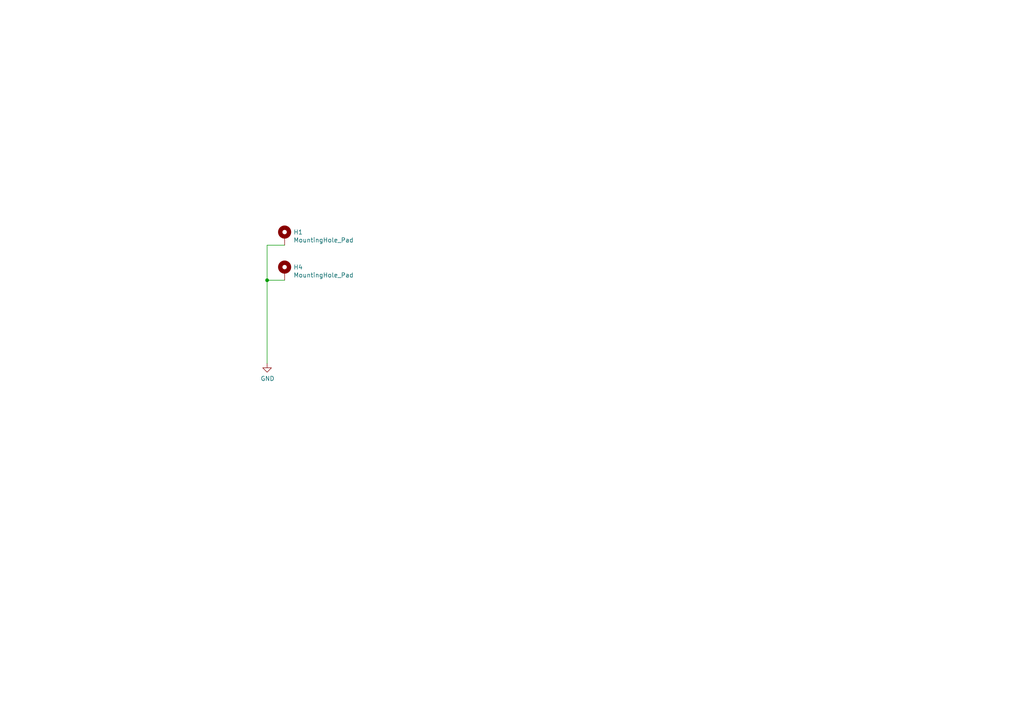
<source format=kicad_sch>
(kicad_sch (version 20211123) (generator eeschema)
  (paper "A4")
  (lib_symbols
    (symbol "Mechanical:MountingHole_Pad" (pin_numbers hide) (pin_names (offset 1.016) hide)
      (property "Reference" "H" (at 0 6.35 0))
      (property "Value" "MountingHole_Pad" (at 0 4.445 0))
      (symbol "MountingHole_Pad_0_1"
        (circle (center 0 1.27) (radius 1.27) (stroke (width 1.27)))
      )
      (symbol "MountingHole_Pad_1_1"
        (pin input line (at 0 -2.54 90) (length 2.54) (name "1") (number "1"))
      )
    )
    (symbol "power:GND" (power) (pin_names (offset 0))
      (property "Value" "GND" (at 0 -3.81 0))
      (symbol "GND_0_1"
        (polyline (pts (xy 0 0) (xy 0 -1.27) (xy 1.27 -1.27) (xy 0 -2.54) (xy -1.27 -1.27) (xy 0 -1.27)))
      )
      (symbol "GND_1_1"
        (pin power_in line (at 0 0 270) (length 0) hide (name "GND") (number "1"))
      )
    )
  )
  (junction (at 77.47 81.28))
  (wire (pts (xy 82.55 71.12) (xy 77.47 71.12)))
  (wire (pts (xy 77.47 81.28) (xy 77.47 105.41)))
  (wire (pts (xy 82.55 81.28) (xy 77.47 81.28)))
  (wire (pts (xy 77.47 71.12) (xy 77.47 81.28)))
  (symbol (lib_id "power:GND") (at 77.47 105.41 0) (unit 1)
    (property "Reference" "#PWR0101" (effects hide))
    (property "Value" "GND" (at 77.597 109.8042 0))
  )
  (symbol (lib_id "Mechanical:MountingHole_Pad") (at 82.55 68.58 0) (unit 1)
    (property "Reference" "H1" (at 85.09 67.3354 0) (effects (justify left)))
    (property "Value" "MountingHole_Pad" (at 85.09 69.6468 0) (effects (justify left)))
    (property "Footprint" "MountingHole:MountingHole_3.2mm_M3_Pad_Via" (effects hide))
  )
  (symbol (lib_id "Mechanical:MountingHole_Pad") (at 82.55 78.74 0) (unit 1)
    (property "Reference" "H4" (at 85.09 77.4954 0) (effects (justify left)))
    (property "Value" "MountingHole_Pad" (at 85.09 79.8068 0) (effects (justify left)))
    (property "Footprint" "MountingHole:MountingHole_3.2mm_M3_Pad_Via" (effects hide))
  )
)
</source>
